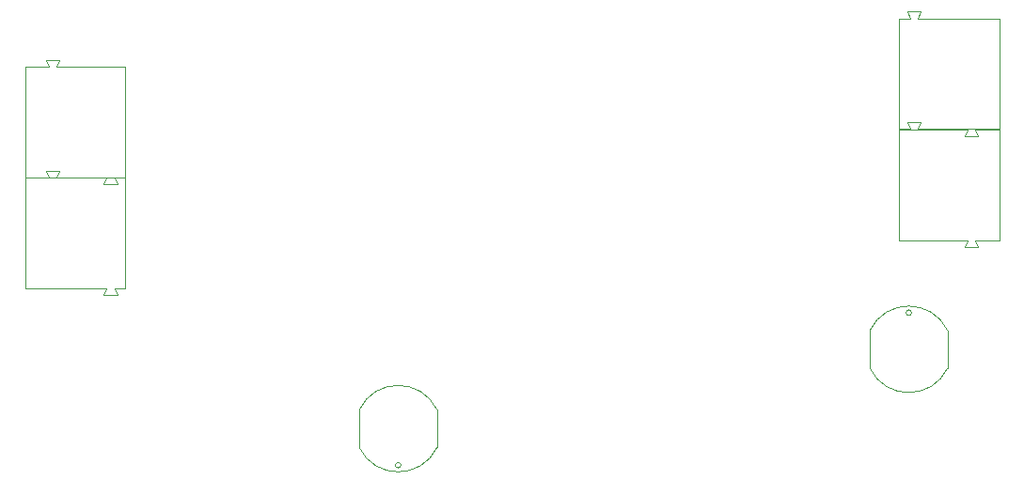
<source format=gbr>
%TF.GenerationSoftware,Altium Limited,Altium Designer,21.6.4 (81)*%
G04 Layer_Color=32768*
%FSLAX43Y43*%
%MOMM*%
%TF.SameCoordinates,100B324C-8CEB-4A13-B8D1-7C84912F4746*%
%TF.FilePolarity,Positive*%
%TF.FileFunction,Other,Top_Component_Outline*%
%TF.Part,Single*%
G01*
G75*
%TA.AperFunction,NonConductor*%
%ADD107C,0.100*%
D107*
X35353Y1719D02*
G03*
X35353Y1719I-250J0D01*
G01*
X38603Y6719D02*
G03*
X31603Y6719I-3500J-1684D01*
G01*
Y3319D02*
G03*
X38603Y3319I3500J1684D01*
G01*
X84577Y13867D02*
G03*
X77577Y13867I-3500J-1684D01*
G01*
Y10467D02*
G03*
X84577Y10467I3500J1684D01*
G01*
X81327Y15467D02*
G03*
X81327Y15467I-250J0D01*
G01*
X31603Y3319D02*
Y6719D01*
X38603Y3319D02*
Y6719D01*
X77577Y10467D02*
Y13867D01*
X84577Y10467D02*
Y13867D01*
X1500Y17671D02*
X8850D01*
X9550D02*
X10500D01*
Y27671D01*
X1500Y17671D02*
Y27671D01*
X3650D01*
X4350D02*
X10500D01*
X3400Y28271D02*
X4600D01*
X3400D02*
X3650Y27671D01*
X4350D02*
X4600Y28271D01*
X9550Y17671D02*
X9800Y17071D01*
X8600D02*
X9800D01*
X8600D02*
X8850Y17671D01*
X1500Y27675D02*
X8850D01*
X9550D02*
X10500D01*
Y37675D01*
X1500Y27675D02*
Y37675D01*
X3650D01*
X4350D02*
X10500D01*
X3400Y38275D02*
X4600D01*
X3400D02*
X3650Y37675D01*
X4350D02*
X4600Y38275D01*
X9550Y27675D02*
X9800Y27075D01*
X8600D02*
X9800D01*
X8600D02*
X8850Y27675D01*
X81885Y41997D02*
X82135Y42597D01*
X80935D02*
X82135D01*
X80935D02*
X81184Y41997D01*
X86134Y31397D02*
X86384Y31997D01*
X87085D02*
X87334Y31397D01*
X86134D02*
X87334D01*
X80234Y31997D02*
X86384D01*
X87084D02*
X89234D01*
Y41997D01*
X80234Y31997D02*
Y41997D01*
X81184D01*
X81884D02*
X89234D01*
X81885Y32015D02*
X82135Y32615D01*
X80935D02*
X82135D01*
X80935D02*
X81184Y32015D01*
X86134Y21415D02*
X86384Y22015D01*
X87085D02*
X87334Y21415D01*
X86134D02*
X87334D01*
X80234Y22015D02*
X86384D01*
X87084D02*
X89234D01*
Y32015D01*
X80234Y22015D02*
Y32015D01*
X81184D01*
X81884D02*
X89234D01*
%TF.MD5,771089c3798fa046565447d4ab840c6a*%
M02*

</source>
